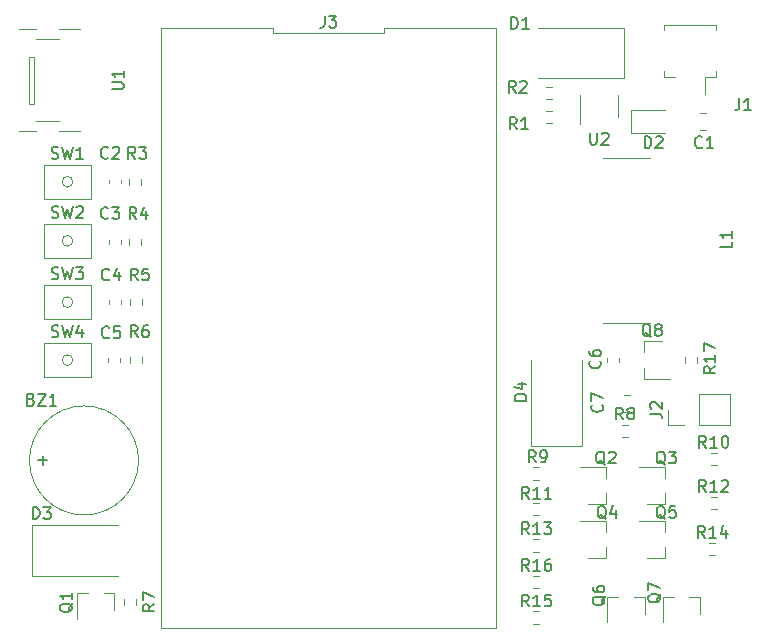
<source format=gbr>
G04 #@! TF.GenerationSoftware,KiCad,Pcbnew,(5.1.10)-1*
G04 #@! TF.CreationDate,2021-08-13T20:40:32+09:00*
G04 #@! TF.ProjectId,lfmassage,6c666d61-7373-4616-9765-2e6b69636164,rev?*
G04 #@! TF.SameCoordinates,Original*
G04 #@! TF.FileFunction,Legend,Top*
G04 #@! TF.FilePolarity,Positive*
%FSLAX46Y46*%
G04 Gerber Fmt 4.6, Leading zero omitted, Abs format (unit mm)*
G04 Created by KiCad (PCBNEW (5.1.10)-1) date 2021-08-13 20:40:32*
%MOMM*%
%LPD*%
G01*
G04 APERTURE LIST*
%ADD10C,0.120000*%
%ADD11C,0.150000*%
G04 APERTURE END LIST*
D10*
X70320000Y-84600000D02*
G75*
G03*
X70320000Y-84600000I-4620000J0D01*
G01*
X117838748Y-56635000D02*
X118361252Y-56635000D01*
X117838748Y-55165000D02*
X118361252Y-55165000D01*
X67790000Y-61146267D02*
X67790000Y-60853733D01*
X68810000Y-61146267D02*
X68810000Y-60853733D01*
X68810000Y-66246267D02*
X68810000Y-65953733D01*
X67790000Y-66246267D02*
X67790000Y-65953733D01*
X67790000Y-71346267D02*
X67790000Y-71053733D01*
X68810000Y-71346267D02*
X68810000Y-71053733D01*
X68710000Y-76246267D02*
X68710000Y-75953733D01*
X67690000Y-76246267D02*
X67690000Y-75953733D01*
X109990000Y-75953733D02*
X109990000Y-76246267D01*
X111010000Y-75953733D02*
X111010000Y-76246267D01*
X111438748Y-79065000D02*
X111961252Y-79065000D01*
X111438748Y-80535000D02*
X111961252Y-80535000D01*
X111400000Y-52250000D02*
X104100000Y-52250000D01*
X111400000Y-47950000D02*
X104100000Y-47950000D01*
X111400000Y-52250000D02*
X111400000Y-47950000D01*
X112040000Y-56860000D02*
X114900000Y-56860000D01*
X112040000Y-54940000D02*
X112040000Y-56860000D01*
X114900000Y-54940000D02*
X112040000Y-54940000D01*
X61300000Y-90050000D02*
X61300000Y-94350000D01*
X61300000Y-94350000D02*
X68600000Y-94350000D01*
X61300000Y-90050000D02*
X68600000Y-90050000D01*
X103550000Y-83400000D02*
X103550000Y-76100000D01*
X107850000Y-83400000D02*
X107850000Y-76100000D01*
X103550000Y-83400000D02*
X107850000Y-83400000D01*
X114765000Y-47690000D02*
X114765000Y-48140000D01*
X119235000Y-47690000D02*
X114765000Y-47690000D01*
X119235000Y-48140000D02*
X119235000Y-47690000D01*
X114765000Y-52110000D02*
X115715000Y-52110000D01*
X114765000Y-51660000D02*
X114765000Y-52110000D01*
X118285000Y-52110000D02*
X118285000Y-53600000D01*
X119235000Y-52110000D02*
X118285000Y-52110000D01*
X119235000Y-51660000D02*
X119235000Y-52110000D01*
X115170000Y-81630000D02*
X115170000Y-80300000D01*
X116500000Y-81630000D02*
X115170000Y-81630000D01*
X117770000Y-81630000D02*
X117770000Y-78970000D01*
X117770000Y-78970000D02*
X120370000Y-78970000D01*
X117770000Y-81630000D02*
X120370000Y-81630000D01*
X120370000Y-81630000D02*
X120370000Y-78970000D01*
X81666667Y-48020000D02*
X72200001Y-48020000D01*
X81666667Y-48380000D02*
X81666667Y-48020000D01*
X91133333Y-48380000D02*
X81666667Y-48380000D01*
X91133333Y-48020000D02*
X91133333Y-48380000D01*
X100600000Y-48020000D02*
X91133333Y-48020000D01*
X100599999Y-98780000D02*
X100600000Y-48020000D01*
X72200000Y-98780000D02*
X100599999Y-98780000D01*
X72200001Y-48020000D02*
X72200000Y-98780000D01*
X109600000Y-73000000D02*
X113600000Y-73000000D01*
X109600000Y-59000000D02*
X113600000Y-59000000D01*
X68280000Y-95840000D02*
X68280000Y-97300000D01*
X65120000Y-95840000D02*
X65120000Y-98000000D01*
X65120000Y-95840000D02*
X66050000Y-95840000D01*
X68280000Y-95840000D02*
X67350000Y-95840000D01*
X109860000Y-88280000D02*
X108400000Y-88280000D01*
X109860000Y-85120000D02*
X107700000Y-85120000D01*
X109860000Y-85120000D02*
X109860000Y-86050000D01*
X109860000Y-88280000D02*
X109860000Y-87350000D01*
X114860000Y-88280000D02*
X114860000Y-87350000D01*
X114860000Y-85120000D02*
X114860000Y-86050000D01*
X114860000Y-85120000D02*
X112700000Y-85120000D01*
X114860000Y-88280000D02*
X113400000Y-88280000D01*
X109860000Y-92880000D02*
X109860000Y-91950000D01*
X109860000Y-89720000D02*
X109860000Y-90650000D01*
X109860000Y-89720000D02*
X107700000Y-89720000D01*
X109860000Y-92880000D02*
X108400000Y-92880000D01*
X114860000Y-92880000D02*
X113400000Y-92880000D01*
X114860000Y-89720000D02*
X112700000Y-89720000D01*
X114860000Y-89720000D02*
X114860000Y-90650000D01*
X114860000Y-92880000D02*
X114860000Y-91950000D01*
X113180000Y-96140000D02*
X112250000Y-96140000D01*
X110020000Y-96140000D02*
X110950000Y-96140000D01*
X110020000Y-96140000D02*
X110020000Y-98300000D01*
X113180000Y-96140000D02*
X113180000Y-97600000D01*
X117880000Y-96140000D02*
X117880000Y-97600000D01*
X114720000Y-96140000D02*
X114720000Y-98300000D01*
X114720000Y-96140000D02*
X115650000Y-96140000D01*
X117880000Y-96140000D02*
X116950000Y-96140000D01*
X113140000Y-74520000D02*
X113140000Y-75450000D01*
X113140000Y-77680000D02*
X113140000Y-76750000D01*
X113140000Y-77680000D02*
X115300000Y-77680000D01*
X113140000Y-74520000D02*
X114600000Y-74520000D01*
X104845276Y-54977500D02*
X105354724Y-54977500D01*
X104845276Y-56022500D02*
X105354724Y-56022500D01*
X104845276Y-54022500D02*
X105354724Y-54022500D01*
X104845276Y-52977500D02*
X105354724Y-52977500D01*
X70522500Y-61254724D02*
X70522500Y-60745276D01*
X69477500Y-61254724D02*
X69477500Y-60745276D01*
X70522500Y-66354724D02*
X70522500Y-65845276D01*
X69477500Y-66354724D02*
X69477500Y-65845276D01*
X69577500Y-71454724D02*
X69577500Y-70945276D01*
X70622500Y-71454724D02*
X70622500Y-70945276D01*
X69577500Y-76354724D02*
X69577500Y-75845276D01*
X70622500Y-76354724D02*
X70622500Y-75845276D01*
X69077500Y-96854724D02*
X69077500Y-96345276D01*
X70122500Y-96854724D02*
X70122500Y-96345276D01*
X111245276Y-82622500D02*
X111754724Y-82622500D01*
X111245276Y-81577500D02*
X111754724Y-81577500D01*
X104254724Y-86222500D02*
X103745276Y-86222500D01*
X104254724Y-85177500D02*
X103745276Y-85177500D01*
X118745276Y-85022500D02*
X119254724Y-85022500D01*
X118745276Y-83977500D02*
X119254724Y-83977500D01*
X104254724Y-88177500D02*
X103745276Y-88177500D01*
X104254724Y-89222500D02*
X103745276Y-89222500D01*
X118745276Y-87677500D02*
X119254724Y-87677500D01*
X118745276Y-88722500D02*
X119254724Y-88722500D01*
X103745276Y-92322500D02*
X104254724Y-92322500D01*
X103745276Y-91277500D02*
X104254724Y-91277500D01*
X119154724Y-92622500D02*
X118645276Y-92622500D01*
X119154724Y-91577500D02*
X118645276Y-91577500D01*
X104254724Y-97377500D02*
X103745276Y-97377500D01*
X104254724Y-98422500D02*
X103745276Y-98422500D01*
X104254724Y-94377500D02*
X103745276Y-94377500D01*
X104254724Y-95422500D02*
X103745276Y-95422500D01*
X116577500Y-76354724D02*
X116577500Y-75845276D01*
X117622500Y-76354724D02*
X117622500Y-75845276D01*
X66250000Y-59550000D02*
X62350000Y-59550000D01*
X62350000Y-59550000D02*
X62350000Y-62450000D01*
X62350000Y-62450000D02*
X66250000Y-62450000D01*
X66250000Y-62450000D02*
X66250000Y-59550000D01*
X64750000Y-61000000D02*
G75*
G03*
X64750000Y-61000000I-450000J0D01*
G01*
X64750000Y-66000000D02*
G75*
G03*
X64750000Y-66000000I-450000J0D01*
G01*
X66250000Y-67450000D02*
X66250000Y-64550000D01*
X62350000Y-67450000D02*
X66250000Y-67450000D01*
X62350000Y-64550000D02*
X62350000Y-67450000D01*
X66250000Y-64550000D02*
X62350000Y-64550000D01*
X66250000Y-69750000D02*
X62350000Y-69750000D01*
X62350000Y-69750000D02*
X62350000Y-72650000D01*
X62350000Y-72650000D02*
X66250000Y-72650000D01*
X66250000Y-72650000D02*
X66250000Y-69750000D01*
X64750000Y-71200000D02*
G75*
G03*
X64750000Y-71200000I-450000J0D01*
G01*
X64750000Y-76100000D02*
G75*
G03*
X64750000Y-76100000I-450000J0D01*
G01*
X66250000Y-77550000D02*
X66250000Y-74650000D01*
X62350000Y-77550000D02*
X66250000Y-77550000D01*
X62350000Y-74650000D02*
X62350000Y-77550000D01*
X66250000Y-74650000D02*
X62350000Y-74650000D01*
X65400000Y-48100000D02*
X63600000Y-48100000D01*
X65400000Y-56700000D02*
X63600000Y-56700000D01*
X61600000Y-48100000D02*
X60200000Y-48100000D01*
X61600000Y-56700000D02*
X60200000Y-56700000D01*
X61000000Y-50400000D02*
X61000000Y-54400000D01*
X61000000Y-54400000D02*
X61500000Y-54400000D01*
X61500000Y-54400000D02*
X61500000Y-50400000D01*
X61500000Y-50400000D02*
X61000000Y-50400000D01*
X63600000Y-48900000D02*
X61700000Y-48900000D01*
X61700000Y-48900000D02*
X61600000Y-48900000D01*
X63600000Y-55900000D02*
X61600000Y-55900000D01*
X107690000Y-53700000D02*
X107690000Y-56150000D01*
X110910000Y-55500000D02*
X110910000Y-53700000D01*
D11*
X61219047Y-79428571D02*
X61361904Y-79476190D01*
X61409523Y-79523809D01*
X61457142Y-79619047D01*
X61457142Y-79761904D01*
X61409523Y-79857142D01*
X61361904Y-79904761D01*
X61266666Y-79952380D01*
X60885714Y-79952380D01*
X60885714Y-78952380D01*
X61219047Y-78952380D01*
X61314285Y-79000000D01*
X61361904Y-79047619D01*
X61409523Y-79142857D01*
X61409523Y-79238095D01*
X61361904Y-79333333D01*
X61314285Y-79380952D01*
X61219047Y-79428571D01*
X60885714Y-79428571D01*
X61790476Y-78952380D02*
X62457142Y-78952380D01*
X61790476Y-79952380D01*
X62457142Y-79952380D01*
X63361904Y-79952380D02*
X62790476Y-79952380D01*
X63076190Y-79952380D02*
X63076190Y-78952380D01*
X62980952Y-79095238D01*
X62885714Y-79190476D01*
X62790476Y-79238095D01*
X61819047Y-84571428D02*
X62580952Y-84571428D01*
X62200000Y-84952380D02*
X62200000Y-84190476D01*
X118033333Y-58057142D02*
X117985714Y-58104761D01*
X117842857Y-58152380D01*
X117747619Y-58152380D01*
X117604761Y-58104761D01*
X117509523Y-58009523D01*
X117461904Y-57914285D01*
X117414285Y-57723809D01*
X117414285Y-57580952D01*
X117461904Y-57390476D01*
X117509523Y-57295238D01*
X117604761Y-57200000D01*
X117747619Y-57152380D01*
X117842857Y-57152380D01*
X117985714Y-57200000D01*
X118033333Y-57247619D01*
X118985714Y-58152380D02*
X118414285Y-58152380D01*
X118700000Y-58152380D02*
X118700000Y-57152380D01*
X118604761Y-57295238D01*
X118509523Y-57390476D01*
X118414285Y-57438095D01*
X67733333Y-58957142D02*
X67685714Y-59004761D01*
X67542857Y-59052380D01*
X67447619Y-59052380D01*
X67304761Y-59004761D01*
X67209523Y-58909523D01*
X67161904Y-58814285D01*
X67114285Y-58623809D01*
X67114285Y-58480952D01*
X67161904Y-58290476D01*
X67209523Y-58195238D01*
X67304761Y-58100000D01*
X67447619Y-58052380D01*
X67542857Y-58052380D01*
X67685714Y-58100000D01*
X67733333Y-58147619D01*
X68114285Y-58147619D02*
X68161904Y-58100000D01*
X68257142Y-58052380D01*
X68495238Y-58052380D01*
X68590476Y-58100000D01*
X68638095Y-58147619D01*
X68685714Y-58242857D01*
X68685714Y-58338095D01*
X68638095Y-58480952D01*
X68066666Y-59052380D01*
X68685714Y-59052380D01*
X67733333Y-64057142D02*
X67685714Y-64104761D01*
X67542857Y-64152380D01*
X67447619Y-64152380D01*
X67304761Y-64104761D01*
X67209523Y-64009523D01*
X67161904Y-63914285D01*
X67114285Y-63723809D01*
X67114285Y-63580952D01*
X67161904Y-63390476D01*
X67209523Y-63295238D01*
X67304761Y-63200000D01*
X67447619Y-63152380D01*
X67542857Y-63152380D01*
X67685714Y-63200000D01*
X67733333Y-63247619D01*
X68066666Y-63152380D02*
X68685714Y-63152380D01*
X68352380Y-63533333D01*
X68495238Y-63533333D01*
X68590476Y-63580952D01*
X68638095Y-63628571D01*
X68685714Y-63723809D01*
X68685714Y-63961904D01*
X68638095Y-64057142D01*
X68590476Y-64104761D01*
X68495238Y-64152380D01*
X68209523Y-64152380D01*
X68114285Y-64104761D01*
X68066666Y-64057142D01*
X67833333Y-69257142D02*
X67785714Y-69304761D01*
X67642857Y-69352380D01*
X67547619Y-69352380D01*
X67404761Y-69304761D01*
X67309523Y-69209523D01*
X67261904Y-69114285D01*
X67214285Y-68923809D01*
X67214285Y-68780952D01*
X67261904Y-68590476D01*
X67309523Y-68495238D01*
X67404761Y-68400000D01*
X67547619Y-68352380D01*
X67642857Y-68352380D01*
X67785714Y-68400000D01*
X67833333Y-68447619D01*
X68690476Y-68685714D02*
X68690476Y-69352380D01*
X68452380Y-68304761D02*
X68214285Y-69019047D01*
X68833333Y-69019047D01*
X67833333Y-74157142D02*
X67785714Y-74204761D01*
X67642857Y-74252380D01*
X67547619Y-74252380D01*
X67404761Y-74204761D01*
X67309523Y-74109523D01*
X67261904Y-74014285D01*
X67214285Y-73823809D01*
X67214285Y-73680952D01*
X67261904Y-73490476D01*
X67309523Y-73395238D01*
X67404761Y-73300000D01*
X67547619Y-73252380D01*
X67642857Y-73252380D01*
X67785714Y-73300000D01*
X67833333Y-73347619D01*
X68738095Y-73252380D02*
X68261904Y-73252380D01*
X68214285Y-73728571D01*
X68261904Y-73680952D01*
X68357142Y-73633333D01*
X68595238Y-73633333D01*
X68690476Y-73680952D01*
X68738095Y-73728571D01*
X68785714Y-73823809D01*
X68785714Y-74061904D01*
X68738095Y-74157142D01*
X68690476Y-74204761D01*
X68595238Y-74252380D01*
X68357142Y-74252380D01*
X68261904Y-74204761D01*
X68214285Y-74157142D01*
X109357142Y-76166666D02*
X109404761Y-76214285D01*
X109452380Y-76357142D01*
X109452380Y-76452380D01*
X109404761Y-76595238D01*
X109309523Y-76690476D01*
X109214285Y-76738095D01*
X109023809Y-76785714D01*
X108880952Y-76785714D01*
X108690476Y-76738095D01*
X108595238Y-76690476D01*
X108500000Y-76595238D01*
X108452380Y-76452380D01*
X108452380Y-76357142D01*
X108500000Y-76214285D01*
X108547619Y-76166666D01*
X108452380Y-75309523D02*
X108452380Y-75500000D01*
X108500000Y-75595238D01*
X108547619Y-75642857D01*
X108690476Y-75738095D01*
X108880952Y-75785714D01*
X109261904Y-75785714D01*
X109357142Y-75738095D01*
X109404761Y-75690476D01*
X109452380Y-75595238D01*
X109452380Y-75404761D01*
X109404761Y-75309523D01*
X109357142Y-75261904D01*
X109261904Y-75214285D01*
X109023809Y-75214285D01*
X108928571Y-75261904D01*
X108880952Y-75309523D01*
X108833333Y-75404761D01*
X108833333Y-75595238D01*
X108880952Y-75690476D01*
X108928571Y-75738095D01*
X109023809Y-75785714D01*
X109557142Y-79866666D02*
X109604761Y-79914285D01*
X109652380Y-80057142D01*
X109652380Y-80152380D01*
X109604761Y-80295238D01*
X109509523Y-80390476D01*
X109414285Y-80438095D01*
X109223809Y-80485714D01*
X109080952Y-80485714D01*
X108890476Y-80438095D01*
X108795238Y-80390476D01*
X108700000Y-80295238D01*
X108652380Y-80152380D01*
X108652380Y-80057142D01*
X108700000Y-79914285D01*
X108747619Y-79866666D01*
X108652380Y-79533333D02*
X108652380Y-78866666D01*
X109652380Y-79295238D01*
X101861904Y-48052380D02*
X101861904Y-47052380D01*
X102100000Y-47052380D01*
X102242857Y-47100000D01*
X102338095Y-47195238D01*
X102385714Y-47290476D01*
X102433333Y-47480952D01*
X102433333Y-47623809D01*
X102385714Y-47814285D01*
X102338095Y-47909523D01*
X102242857Y-48004761D01*
X102100000Y-48052380D01*
X101861904Y-48052380D01*
X103385714Y-48052380D02*
X102814285Y-48052380D01*
X103100000Y-48052380D02*
X103100000Y-47052380D01*
X103004761Y-47195238D01*
X102909523Y-47290476D01*
X102814285Y-47338095D01*
X113161904Y-58152380D02*
X113161904Y-57152380D01*
X113400000Y-57152380D01*
X113542857Y-57200000D01*
X113638095Y-57295238D01*
X113685714Y-57390476D01*
X113733333Y-57580952D01*
X113733333Y-57723809D01*
X113685714Y-57914285D01*
X113638095Y-58009523D01*
X113542857Y-58104761D01*
X113400000Y-58152380D01*
X113161904Y-58152380D01*
X114114285Y-57247619D02*
X114161904Y-57200000D01*
X114257142Y-57152380D01*
X114495238Y-57152380D01*
X114590476Y-57200000D01*
X114638095Y-57247619D01*
X114685714Y-57342857D01*
X114685714Y-57438095D01*
X114638095Y-57580952D01*
X114066666Y-58152380D01*
X114685714Y-58152380D01*
X61361904Y-89552380D02*
X61361904Y-88552380D01*
X61600000Y-88552380D01*
X61742857Y-88600000D01*
X61838095Y-88695238D01*
X61885714Y-88790476D01*
X61933333Y-88980952D01*
X61933333Y-89123809D01*
X61885714Y-89314285D01*
X61838095Y-89409523D01*
X61742857Y-89504761D01*
X61600000Y-89552380D01*
X61361904Y-89552380D01*
X62266666Y-88552380D02*
X62885714Y-88552380D01*
X62552380Y-88933333D01*
X62695238Y-88933333D01*
X62790476Y-88980952D01*
X62838095Y-89028571D01*
X62885714Y-89123809D01*
X62885714Y-89361904D01*
X62838095Y-89457142D01*
X62790476Y-89504761D01*
X62695238Y-89552380D01*
X62409523Y-89552380D01*
X62314285Y-89504761D01*
X62266666Y-89457142D01*
X103152380Y-79538095D02*
X102152380Y-79538095D01*
X102152380Y-79300000D01*
X102200000Y-79157142D01*
X102295238Y-79061904D01*
X102390476Y-79014285D01*
X102580952Y-78966666D01*
X102723809Y-78966666D01*
X102914285Y-79014285D01*
X103009523Y-79061904D01*
X103104761Y-79157142D01*
X103152380Y-79300000D01*
X103152380Y-79538095D01*
X102485714Y-78109523D02*
X103152380Y-78109523D01*
X102104761Y-78347619D02*
X102819047Y-78585714D01*
X102819047Y-77966666D01*
X121166666Y-53952380D02*
X121166666Y-54666666D01*
X121119047Y-54809523D01*
X121023809Y-54904761D01*
X120880952Y-54952380D01*
X120785714Y-54952380D01*
X122166666Y-54952380D02*
X121595238Y-54952380D01*
X121880952Y-54952380D02*
X121880952Y-53952380D01*
X121785714Y-54095238D01*
X121690476Y-54190476D01*
X121595238Y-54238095D01*
X113622380Y-80633333D02*
X114336666Y-80633333D01*
X114479523Y-80680952D01*
X114574761Y-80776190D01*
X114622380Y-80919047D01*
X114622380Y-81014285D01*
X113717619Y-80204761D02*
X113670000Y-80157142D01*
X113622380Y-80061904D01*
X113622380Y-79823809D01*
X113670000Y-79728571D01*
X113717619Y-79680952D01*
X113812857Y-79633333D01*
X113908095Y-79633333D01*
X114050952Y-79680952D01*
X114622380Y-80252380D01*
X114622380Y-79633333D01*
X86066666Y-46952380D02*
X86066666Y-47666666D01*
X86019047Y-47809523D01*
X85923809Y-47904761D01*
X85780952Y-47952380D01*
X85685714Y-47952380D01*
X86447619Y-46952380D02*
X87066666Y-46952380D01*
X86733333Y-47333333D01*
X86876190Y-47333333D01*
X86971428Y-47380952D01*
X87019047Y-47428571D01*
X87066666Y-47523809D01*
X87066666Y-47761904D01*
X87019047Y-47857142D01*
X86971428Y-47904761D01*
X86876190Y-47952380D01*
X86590476Y-47952380D01*
X86495238Y-47904761D01*
X86447619Y-47857142D01*
X120552380Y-66066666D02*
X120552380Y-66542857D01*
X119552380Y-66542857D01*
X120552380Y-65209523D02*
X120552380Y-65780952D01*
X120552380Y-65495238D02*
X119552380Y-65495238D01*
X119695238Y-65590476D01*
X119790476Y-65685714D01*
X119838095Y-65780952D01*
X64747619Y-96695238D02*
X64700000Y-96790476D01*
X64604761Y-96885714D01*
X64461904Y-97028571D01*
X64414285Y-97123809D01*
X64414285Y-97219047D01*
X64652380Y-97171428D02*
X64604761Y-97266666D01*
X64509523Y-97361904D01*
X64319047Y-97409523D01*
X63985714Y-97409523D01*
X63795238Y-97361904D01*
X63700000Y-97266666D01*
X63652380Y-97171428D01*
X63652380Y-96980952D01*
X63700000Y-96885714D01*
X63795238Y-96790476D01*
X63985714Y-96742857D01*
X64319047Y-96742857D01*
X64509523Y-96790476D01*
X64604761Y-96885714D01*
X64652380Y-96980952D01*
X64652380Y-97171428D01*
X64652380Y-95790476D02*
X64652380Y-96361904D01*
X64652380Y-96076190D02*
X63652380Y-96076190D01*
X63795238Y-96171428D01*
X63890476Y-96266666D01*
X63938095Y-96361904D01*
X109804761Y-84947619D02*
X109709523Y-84900000D01*
X109614285Y-84804761D01*
X109471428Y-84661904D01*
X109376190Y-84614285D01*
X109280952Y-84614285D01*
X109328571Y-84852380D02*
X109233333Y-84804761D01*
X109138095Y-84709523D01*
X109090476Y-84519047D01*
X109090476Y-84185714D01*
X109138095Y-83995238D01*
X109233333Y-83900000D01*
X109328571Y-83852380D01*
X109519047Y-83852380D01*
X109614285Y-83900000D01*
X109709523Y-83995238D01*
X109757142Y-84185714D01*
X109757142Y-84519047D01*
X109709523Y-84709523D01*
X109614285Y-84804761D01*
X109519047Y-84852380D01*
X109328571Y-84852380D01*
X110138095Y-83947619D02*
X110185714Y-83900000D01*
X110280952Y-83852380D01*
X110519047Y-83852380D01*
X110614285Y-83900000D01*
X110661904Y-83947619D01*
X110709523Y-84042857D01*
X110709523Y-84138095D01*
X110661904Y-84280952D01*
X110090476Y-84852380D01*
X110709523Y-84852380D01*
X114904761Y-84947619D02*
X114809523Y-84900000D01*
X114714285Y-84804761D01*
X114571428Y-84661904D01*
X114476190Y-84614285D01*
X114380952Y-84614285D01*
X114428571Y-84852380D02*
X114333333Y-84804761D01*
X114238095Y-84709523D01*
X114190476Y-84519047D01*
X114190476Y-84185714D01*
X114238095Y-83995238D01*
X114333333Y-83900000D01*
X114428571Y-83852380D01*
X114619047Y-83852380D01*
X114714285Y-83900000D01*
X114809523Y-83995238D01*
X114857142Y-84185714D01*
X114857142Y-84519047D01*
X114809523Y-84709523D01*
X114714285Y-84804761D01*
X114619047Y-84852380D01*
X114428571Y-84852380D01*
X115190476Y-83852380D02*
X115809523Y-83852380D01*
X115476190Y-84233333D01*
X115619047Y-84233333D01*
X115714285Y-84280952D01*
X115761904Y-84328571D01*
X115809523Y-84423809D01*
X115809523Y-84661904D01*
X115761904Y-84757142D01*
X115714285Y-84804761D01*
X115619047Y-84852380D01*
X115333333Y-84852380D01*
X115238095Y-84804761D01*
X115190476Y-84757142D01*
X109904761Y-89547619D02*
X109809523Y-89500000D01*
X109714285Y-89404761D01*
X109571428Y-89261904D01*
X109476190Y-89214285D01*
X109380952Y-89214285D01*
X109428571Y-89452380D02*
X109333333Y-89404761D01*
X109238095Y-89309523D01*
X109190476Y-89119047D01*
X109190476Y-88785714D01*
X109238095Y-88595238D01*
X109333333Y-88500000D01*
X109428571Y-88452380D01*
X109619047Y-88452380D01*
X109714285Y-88500000D01*
X109809523Y-88595238D01*
X109857142Y-88785714D01*
X109857142Y-89119047D01*
X109809523Y-89309523D01*
X109714285Y-89404761D01*
X109619047Y-89452380D01*
X109428571Y-89452380D01*
X110714285Y-88785714D02*
X110714285Y-89452380D01*
X110476190Y-88404761D02*
X110238095Y-89119047D01*
X110857142Y-89119047D01*
X114904761Y-89547619D02*
X114809523Y-89500000D01*
X114714285Y-89404761D01*
X114571428Y-89261904D01*
X114476190Y-89214285D01*
X114380952Y-89214285D01*
X114428571Y-89452380D02*
X114333333Y-89404761D01*
X114238095Y-89309523D01*
X114190476Y-89119047D01*
X114190476Y-88785714D01*
X114238095Y-88595238D01*
X114333333Y-88500000D01*
X114428571Y-88452380D01*
X114619047Y-88452380D01*
X114714285Y-88500000D01*
X114809523Y-88595238D01*
X114857142Y-88785714D01*
X114857142Y-89119047D01*
X114809523Y-89309523D01*
X114714285Y-89404761D01*
X114619047Y-89452380D01*
X114428571Y-89452380D01*
X115761904Y-88452380D02*
X115285714Y-88452380D01*
X115238095Y-88928571D01*
X115285714Y-88880952D01*
X115380952Y-88833333D01*
X115619047Y-88833333D01*
X115714285Y-88880952D01*
X115761904Y-88928571D01*
X115809523Y-89023809D01*
X115809523Y-89261904D01*
X115761904Y-89357142D01*
X115714285Y-89404761D01*
X115619047Y-89452380D01*
X115380952Y-89452380D01*
X115285714Y-89404761D01*
X115238095Y-89357142D01*
X109847619Y-96095238D02*
X109800000Y-96190476D01*
X109704761Y-96285714D01*
X109561904Y-96428571D01*
X109514285Y-96523809D01*
X109514285Y-96619047D01*
X109752380Y-96571428D02*
X109704761Y-96666666D01*
X109609523Y-96761904D01*
X109419047Y-96809523D01*
X109085714Y-96809523D01*
X108895238Y-96761904D01*
X108800000Y-96666666D01*
X108752380Y-96571428D01*
X108752380Y-96380952D01*
X108800000Y-96285714D01*
X108895238Y-96190476D01*
X109085714Y-96142857D01*
X109419047Y-96142857D01*
X109609523Y-96190476D01*
X109704761Y-96285714D01*
X109752380Y-96380952D01*
X109752380Y-96571428D01*
X108752380Y-95285714D02*
X108752380Y-95476190D01*
X108800000Y-95571428D01*
X108847619Y-95619047D01*
X108990476Y-95714285D01*
X109180952Y-95761904D01*
X109561904Y-95761904D01*
X109657142Y-95714285D01*
X109704761Y-95666666D01*
X109752380Y-95571428D01*
X109752380Y-95380952D01*
X109704761Y-95285714D01*
X109657142Y-95238095D01*
X109561904Y-95190476D01*
X109323809Y-95190476D01*
X109228571Y-95238095D01*
X109180952Y-95285714D01*
X109133333Y-95380952D01*
X109133333Y-95571428D01*
X109180952Y-95666666D01*
X109228571Y-95714285D01*
X109323809Y-95761904D01*
X114547619Y-95895238D02*
X114500000Y-95990476D01*
X114404761Y-96085714D01*
X114261904Y-96228571D01*
X114214285Y-96323809D01*
X114214285Y-96419047D01*
X114452380Y-96371428D02*
X114404761Y-96466666D01*
X114309523Y-96561904D01*
X114119047Y-96609523D01*
X113785714Y-96609523D01*
X113595238Y-96561904D01*
X113500000Y-96466666D01*
X113452380Y-96371428D01*
X113452380Y-96180952D01*
X113500000Y-96085714D01*
X113595238Y-95990476D01*
X113785714Y-95942857D01*
X114119047Y-95942857D01*
X114309523Y-95990476D01*
X114404761Y-96085714D01*
X114452380Y-96180952D01*
X114452380Y-96371428D01*
X113452380Y-95609523D02*
X113452380Y-94942857D01*
X114452380Y-95371428D01*
X113704761Y-74147619D02*
X113609523Y-74100000D01*
X113514285Y-74004761D01*
X113371428Y-73861904D01*
X113276190Y-73814285D01*
X113180952Y-73814285D01*
X113228571Y-74052380D02*
X113133333Y-74004761D01*
X113038095Y-73909523D01*
X112990476Y-73719047D01*
X112990476Y-73385714D01*
X113038095Y-73195238D01*
X113133333Y-73100000D01*
X113228571Y-73052380D01*
X113419047Y-73052380D01*
X113514285Y-73100000D01*
X113609523Y-73195238D01*
X113657142Y-73385714D01*
X113657142Y-73719047D01*
X113609523Y-73909523D01*
X113514285Y-74004761D01*
X113419047Y-74052380D01*
X113228571Y-74052380D01*
X114228571Y-73480952D02*
X114133333Y-73433333D01*
X114085714Y-73385714D01*
X114038095Y-73290476D01*
X114038095Y-73242857D01*
X114085714Y-73147619D01*
X114133333Y-73100000D01*
X114228571Y-73052380D01*
X114419047Y-73052380D01*
X114514285Y-73100000D01*
X114561904Y-73147619D01*
X114609523Y-73242857D01*
X114609523Y-73290476D01*
X114561904Y-73385714D01*
X114514285Y-73433333D01*
X114419047Y-73480952D01*
X114228571Y-73480952D01*
X114133333Y-73528571D01*
X114085714Y-73576190D01*
X114038095Y-73671428D01*
X114038095Y-73861904D01*
X114085714Y-73957142D01*
X114133333Y-74004761D01*
X114228571Y-74052380D01*
X114419047Y-74052380D01*
X114514285Y-74004761D01*
X114561904Y-73957142D01*
X114609523Y-73861904D01*
X114609523Y-73671428D01*
X114561904Y-73576190D01*
X114514285Y-73528571D01*
X114419047Y-73480952D01*
X102333333Y-56552380D02*
X102000000Y-56076190D01*
X101761904Y-56552380D02*
X101761904Y-55552380D01*
X102142857Y-55552380D01*
X102238095Y-55600000D01*
X102285714Y-55647619D01*
X102333333Y-55742857D01*
X102333333Y-55885714D01*
X102285714Y-55980952D01*
X102238095Y-56028571D01*
X102142857Y-56076190D01*
X101761904Y-56076190D01*
X103285714Y-56552380D02*
X102714285Y-56552380D01*
X103000000Y-56552380D02*
X103000000Y-55552380D01*
X102904761Y-55695238D01*
X102809523Y-55790476D01*
X102714285Y-55838095D01*
X102233333Y-53452380D02*
X101900000Y-52976190D01*
X101661904Y-53452380D02*
X101661904Y-52452380D01*
X102042857Y-52452380D01*
X102138095Y-52500000D01*
X102185714Y-52547619D01*
X102233333Y-52642857D01*
X102233333Y-52785714D01*
X102185714Y-52880952D01*
X102138095Y-52928571D01*
X102042857Y-52976190D01*
X101661904Y-52976190D01*
X102614285Y-52547619D02*
X102661904Y-52500000D01*
X102757142Y-52452380D01*
X102995238Y-52452380D01*
X103090476Y-52500000D01*
X103138095Y-52547619D01*
X103185714Y-52642857D01*
X103185714Y-52738095D01*
X103138095Y-52880952D01*
X102566666Y-53452380D01*
X103185714Y-53452380D01*
X70033333Y-59052380D02*
X69700000Y-58576190D01*
X69461904Y-59052380D02*
X69461904Y-58052380D01*
X69842857Y-58052380D01*
X69938095Y-58100000D01*
X69985714Y-58147619D01*
X70033333Y-58242857D01*
X70033333Y-58385714D01*
X69985714Y-58480952D01*
X69938095Y-58528571D01*
X69842857Y-58576190D01*
X69461904Y-58576190D01*
X70366666Y-58052380D02*
X70985714Y-58052380D01*
X70652380Y-58433333D01*
X70795238Y-58433333D01*
X70890476Y-58480952D01*
X70938095Y-58528571D01*
X70985714Y-58623809D01*
X70985714Y-58861904D01*
X70938095Y-58957142D01*
X70890476Y-59004761D01*
X70795238Y-59052380D01*
X70509523Y-59052380D01*
X70414285Y-59004761D01*
X70366666Y-58957142D01*
X70133333Y-64152380D02*
X69800000Y-63676190D01*
X69561904Y-64152380D02*
X69561904Y-63152380D01*
X69942857Y-63152380D01*
X70038095Y-63200000D01*
X70085714Y-63247619D01*
X70133333Y-63342857D01*
X70133333Y-63485714D01*
X70085714Y-63580952D01*
X70038095Y-63628571D01*
X69942857Y-63676190D01*
X69561904Y-63676190D01*
X70990476Y-63485714D02*
X70990476Y-64152380D01*
X70752380Y-63104761D02*
X70514285Y-63819047D01*
X71133333Y-63819047D01*
X70233333Y-69352380D02*
X69900000Y-68876190D01*
X69661904Y-69352380D02*
X69661904Y-68352380D01*
X70042857Y-68352380D01*
X70138095Y-68400000D01*
X70185714Y-68447619D01*
X70233333Y-68542857D01*
X70233333Y-68685714D01*
X70185714Y-68780952D01*
X70138095Y-68828571D01*
X70042857Y-68876190D01*
X69661904Y-68876190D01*
X71138095Y-68352380D02*
X70661904Y-68352380D01*
X70614285Y-68828571D01*
X70661904Y-68780952D01*
X70757142Y-68733333D01*
X70995238Y-68733333D01*
X71090476Y-68780952D01*
X71138095Y-68828571D01*
X71185714Y-68923809D01*
X71185714Y-69161904D01*
X71138095Y-69257142D01*
X71090476Y-69304761D01*
X70995238Y-69352380D01*
X70757142Y-69352380D01*
X70661904Y-69304761D01*
X70614285Y-69257142D01*
X70233333Y-74152380D02*
X69900000Y-73676190D01*
X69661904Y-74152380D02*
X69661904Y-73152380D01*
X70042857Y-73152380D01*
X70138095Y-73200000D01*
X70185714Y-73247619D01*
X70233333Y-73342857D01*
X70233333Y-73485714D01*
X70185714Y-73580952D01*
X70138095Y-73628571D01*
X70042857Y-73676190D01*
X69661904Y-73676190D01*
X71090476Y-73152380D02*
X70900000Y-73152380D01*
X70804761Y-73200000D01*
X70757142Y-73247619D01*
X70661904Y-73390476D01*
X70614285Y-73580952D01*
X70614285Y-73961904D01*
X70661904Y-74057142D01*
X70709523Y-74104761D01*
X70804761Y-74152380D01*
X70995238Y-74152380D01*
X71090476Y-74104761D01*
X71138095Y-74057142D01*
X71185714Y-73961904D01*
X71185714Y-73723809D01*
X71138095Y-73628571D01*
X71090476Y-73580952D01*
X70995238Y-73533333D01*
X70804761Y-73533333D01*
X70709523Y-73580952D01*
X70661904Y-73628571D01*
X70614285Y-73723809D01*
X71652380Y-96766666D02*
X71176190Y-97100000D01*
X71652380Y-97338095D02*
X70652380Y-97338095D01*
X70652380Y-96957142D01*
X70700000Y-96861904D01*
X70747619Y-96814285D01*
X70842857Y-96766666D01*
X70985714Y-96766666D01*
X71080952Y-96814285D01*
X71128571Y-96861904D01*
X71176190Y-96957142D01*
X71176190Y-97338095D01*
X70652380Y-96433333D02*
X70652380Y-95766666D01*
X71652380Y-96195238D01*
X111333333Y-81122380D02*
X111000000Y-80646190D01*
X110761904Y-81122380D02*
X110761904Y-80122380D01*
X111142857Y-80122380D01*
X111238095Y-80170000D01*
X111285714Y-80217619D01*
X111333333Y-80312857D01*
X111333333Y-80455714D01*
X111285714Y-80550952D01*
X111238095Y-80598571D01*
X111142857Y-80646190D01*
X110761904Y-80646190D01*
X111904761Y-80550952D02*
X111809523Y-80503333D01*
X111761904Y-80455714D01*
X111714285Y-80360476D01*
X111714285Y-80312857D01*
X111761904Y-80217619D01*
X111809523Y-80170000D01*
X111904761Y-80122380D01*
X112095238Y-80122380D01*
X112190476Y-80170000D01*
X112238095Y-80217619D01*
X112285714Y-80312857D01*
X112285714Y-80360476D01*
X112238095Y-80455714D01*
X112190476Y-80503333D01*
X112095238Y-80550952D01*
X111904761Y-80550952D01*
X111809523Y-80598571D01*
X111761904Y-80646190D01*
X111714285Y-80741428D01*
X111714285Y-80931904D01*
X111761904Y-81027142D01*
X111809523Y-81074761D01*
X111904761Y-81122380D01*
X112095238Y-81122380D01*
X112190476Y-81074761D01*
X112238095Y-81027142D01*
X112285714Y-80931904D01*
X112285714Y-80741428D01*
X112238095Y-80646190D01*
X112190476Y-80598571D01*
X112095238Y-80550952D01*
X103933333Y-84752380D02*
X103600000Y-84276190D01*
X103361904Y-84752380D02*
X103361904Y-83752380D01*
X103742857Y-83752380D01*
X103838095Y-83800000D01*
X103885714Y-83847619D01*
X103933333Y-83942857D01*
X103933333Y-84085714D01*
X103885714Y-84180952D01*
X103838095Y-84228571D01*
X103742857Y-84276190D01*
X103361904Y-84276190D01*
X104409523Y-84752380D02*
X104600000Y-84752380D01*
X104695238Y-84704761D01*
X104742857Y-84657142D01*
X104838095Y-84514285D01*
X104885714Y-84323809D01*
X104885714Y-83942857D01*
X104838095Y-83847619D01*
X104790476Y-83800000D01*
X104695238Y-83752380D01*
X104504761Y-83752380D01*
X104409523Y-83800000D01*
X104361904Y-83847619D01*
X104314285Y-83942857D01*
X104314285Y-84180952D01*
X104361904Y-84276190D01*
X104409523Y-84323809D01*
X104504761Y-84371428D01*
X104695238Y-84371428D01*
X104790476Y-84323809D01*
X104838095Y-84276190D01*
X104885714Y-84180952D01*
X118357142Y-83522380D02*
X118023809Y-83046190D01*
X117785714Y-83522380D02*
X117785714Y-82522380D01*
X118166666Y-82522380D01*
X118261904Y-82570000D01*
X118309523Y-82617619D01*
X118357142Y-82712857D01*
X118357142Y-82855714D01*
X118309523Y-82950952D01*
X118261904Y-82998571D01*
X118166666Y-83046190D01*
X117785714Y-83046190D01*
X119309523Y-83522380D02*
X118738095Y-83522380D01*
X119023809Y-83522380D02*
X119023809Y-82522380D01*
X118928571Y-82665238D01*
X118833333Y-82760476D01*
X118738095Y-82808095D01*
X119928571Y-82522380D02*
X120023809Y-82522380D01*
X120119047Y-82570000D01*
X120166666Y-82617619D01*
X120214285Y-82712857D01*
X120261904Y-82903333D01*
X120261904Y-83141428D01*
X120214285Y-83331904D01*
X120166666Y-83427142D01*
X120119047Y-83474761D01*
X120023809Y-83522380D01*
X119928571Y-83522380D01*
X119833333Y-83474761D01*
X119785714Y-83427142D01*
X119738095Y-83331904D01*
X119690476Y-83141428D01*
X119690476Y-82903333D01*
X119738095Y-82712857D01*
X119785714Y-82617619D01*
X119833333Y-82570000D01*
X119928571Y-82522380D01*
X103357142Y-87852380D02*
X103023809Y-87376190D01*
X102785714Y-87852380D02*
X102785714Y-86852380D01*
X103166666Y-86852380D01*
X103261904Y-86900000D01*
X103309523Y-86947619D01*
X103357142Y-87042857D01*
X103357142Y-87185714D01*
X103309523Y-87280952D01*
X103261904Y-87328571D01*
X103166666Y-87376190D01*
X102785714Y-87376190D01*
X104309523Y-87852380D02*
X103738095Y-87852380D01*
X104023809Y-87852380D02*
X104023809Y-86852380D01*
X103928571Y-86995238D01*
X103833333Y-87090476D01*
X103738095Y-87138095D01*
X105261904Y-87852380D02*
X104690476Y-87852380D01*
X104976190Y-87852380D02*
X104976190Y-86852380D01*
X104880952Y-86995238D01*
X104785714Y-87090476D01*
X104690476Y-87138095D01*
X118357142Y-87252380D02*
X118023809Y-86776190D01*
X117785714Y-87252380D02*
X117785714Y-86252380D01*
X118166666Y-86252380D01*
X118261904Y-86300000D01*
X118309523Y-86347619D01*
X118357142Y-86442857D01*
X118357142Y-86585714D01*
X118309523Y-86680952D01*
X118261904Y-86728571D01*
X118166666Y-86776190D01*
X117785714Y-86776190D01*
X119309523Y-87252380D02*
X118738095Y-87252380D01*
X119023809Y-87252380D02*
X119023809Y-86252380D01*
X118928571Y-86395238D01*
X118833333Y-86490476D01*
X118738095Y-86538095D01*
X119690476Y-86347619D02*
X119738095Y-86300000D01*
X119833333Y-86252380D01*
X120071428Y-86252380D01*
X120166666Y-86300000D01*
X120214285Y-86347619D01*
X120261904Y-86442857D01*
X120261904Y-86538095D01*
X120214285Y-86680952D01*
X119642857Y-87252380D01*
X120261904Y-87252380D01*
X103357142Y-90852380D02*
X103023809Y-90376190D01*
X102785714Y-90852380D02*
X102785714Y-89852380D01*
X103166666Y-89852380D01*
X103261904Y-89900000D01*
X103309523Y-89947619D01*
X103357142Y-90042857D01*
X103357142Y-90185714D01*
X103309523Y-90280952D01*
X103261904Y-90328571D01*
X103166666Y-90376190D01*
X102785714Y-90376190D01*
X104309523Y-90852380D02*
X103738095Y-90852380D01*
X104023809Y-90852380D02*
X104023809Y-89852380D01*
X103928571Y-89995238D01*
X103833333Y-90090476D01*
X103738095Y-90138095D01*
X104642857Y-89852380D02*
X105261904Y-89852380D01*
X104928571Y-90233333D01*
X105071428Y-90233333D01*
X105166666Y-90280952D01*
X105214285Y-90328571D01*
X105261904Y-90423809D01*
X105261904Y-90661904D01*
X105214285Y-90757142D01*
X105166666Y-90804761D01*
X105071428Y-90852380D01*
X104785714Y-90852380D01*
X104690476Y-90804761D01*
X104642857Y-90757142D01*
X118257142Y-91152380D02*
X117923809Y-90676190D01*
X117685714Y-91152380D02*
X117685714Y-90152380D01*
X118066666Y-90152380D01*
X118161904Y-90200000D01*
X118209523Y-90247619D01*
X118257142Y-90342857D01*
X118257142Y-90485714D01*
X118209523Y-90580952D01*
X118161904Y-90628571D01*
X118066666Y-90676190D01*
X117685714Y-90676190D01*
X119209523Y-91152380D02*
X118638095Y-91152380D01*
X118923809Y-91152380D02*
X118923809Y-90152380D01*
X118828571Y-90295238D01*
X118733333Y-90390476D01*
X118638095Y-90438095D01*
X120066666Y-90485714D02*
X120066666Y-91152380D01*
X119828571Y-90104761D02*
X119590476Y-90819047D01*
X120209523Y-90819047D01*
X103357142Y-96952380D02*
X103023809Y-96476190D01*
X102785714Y-96952380D02*
X102785714Y-95952380D01*
X103166666Y-95952380D01*
X103261904Y-96000000D01*
X103309523Y-96047619D01*
X103357142Y-96142857D01*
X103357142Y-96285714D01*
X103309523Y-96380952D01*
X103261904Y-96428571D01*
X103166666Y-96476190D01*
X102785714Y-96476190D01*
X104309523Y-96952380D02*
X103738095Y-96952380D01*
X104023809Y-96952380D02*
X104023809Y-95952380D01*
X103928571Y-96095238D01*
X103833333Y-96190476D01*
X103738095Y-96238095D01*
X105214285Y-95952380D02*
X104738095Y-95952380D01*
X104690476Y-96428571D01*
X104738095Y-96380952D01*
X104833333Y-96333333D01*
X105071428Y-96333333D01*
X105166666Y-96380952D01*
X105214285Y-96428571D01*
X105261904Y-96523809D01*
X105261904Y-96761904D01*
X105214285Y-96857142D01*
X105166666Y-96904761D01*
X105071428Y-96952380D01*
X104833333Y-96952380D01*
X104738095Y-96904761D01*
X104690476Y-96857142D01*
X103357142Y-93952380D02*
X103023809Y-93476190D01*
X102785714Y-93952380D02*
X102785714Y-92952380D01*
X103166666Y-92952380D01*
X103261904Y-93000000D01*
X103309523Y-93047619D01*
X103357142Y-93142857D01*
X103357142Y-93285714D01*
X103309523Y-93380952D01*
X103261904Y-93428571D01*
X103166666Y-93476190D01*
X102785714Y-93476190D01*
X104309523Y-93952380D02*
X103738095Y-93952380D01*
X104023809Y-93952380D02*
X104023809Y-92952380D01*
X103928571Y-93095238D01*
X103833333Y-93190476D01*
X103738095Y-93238095D01*
X105166666Y-92952380D02*
X104976190Y-92952380D01*
X104880952Y-93000000D01*
X104833333Y-93047619D01*
X104738095Y-93190476D01*
X104690476Y-93380952D01*
X104690476Y-93761904D01*
X104738095Y-93857142D01*
X104785714Y-93904761D01*
X104880952Y-93952380D01*
X105071428Y-93952380D01*
X105166666Y-93904761D01*
X105214285Y-93857142D01*
X105261904Y-93761904D01*
X105261904Y-93523809D01*
X105214285Y-93428571D01*
X105166666Y-93380952D01*
X105071428Y-93333333D01*
X104880952Y-93333333D01*
X104785714Y-93380952D01*
X104738095Y-93428571D01*
X104690476Y-93523809D01*
X119152380Y-76642857D02*
X118676190Y-76976190D01*
X119152380Y-77214285D02*
X118152380Y-77214285D01*
X118152380Y-76833333D01*
X118200000Y-76738095D01*
X118247619Y-76690476D01*
X118342857Y-76642857D01*
X118485714Y-76642857D01*
X118580952Y-76690476D01*
X118628571Y-76738095D01*
X118676190Y-76833333D01*
X118676190Y-77214285D01*
X119152380Y-75690476D02*
X119152380Y-76261904D01*
X119152380Y-75976190D02*
X118152380Y-75976190D01*
X118295238Y-76071428D01*
X118390476Y-76166666D01*
X118438095Y-76261904D01*
X118152380Y-75357142D02*
X118152380Y-74690476D01*
X119152380Y-75119047D01*
X62966666Y-59004761D02*
X63109523Y-59052380D01*
X63347619Y-59052380D01*
X63442857Y-59004761D01*
X63490476Y-58957142D01*
X63538095Y-58861904D01*
X63538095Y-58766666D01*
X63490476Y-58671428D01*
X63442857Y-58623809D01*
X63347619Y-58576190D01*
X63157142Y-58528571D01*
X63061904Y-58480952D01*
X63014285Y-58433333D01*
X62966666Y-58338095D01*
X62966666Y-58242857D01*
X63014285Y-58147619D01*
X63061904Y-58100000D01*
X63157142Y-58052380D01*
X63395238Y-58052380D01*
X63538095Y-58100000D01*
X63871428Y-58052380D02*
X64109523Y-59052380D01*
X64300000Y-58338095D01*
X64490476Y-59052380D01*
X64728571Y-58052380D01*
X65633333Y-59052380D02*
X65061904Y-59052380D01*
X65347619Y-59052380D02*
X65347619Y-58052380D01*
X65252380Y-58195238D01*
X65157142Y-58290476D01*
X65061904Y-58338095D01*
X62966666Y-64004761D02*
X63109523Y-64052380D01*
X63347619Y-64052380D01*
X63442857Y-64004761D01*
X63490476Y-63957142D01*
X63538095Y-63861904D01*
X63538095Y-63766666D01*
X63490476Y-63671428D01*
X63442857Y-63623809D01*
X63347619Y-63576190D01*
X63157142Y-63528571D01*
X63061904Y-63480952D01*
X63014285Y-63433333D01*
X62966666Y-63338095D01*
X62966666Y-63242857D01*
X63014285Y-63147619D01*
X63061904Y-63100000D01*
X63157142Y-63052380D01*
X63395238Y-63052380D01*
X63538095Y-63100000D01*
X63871428Y-63052380D02*
X64109523Y-64052380D01*
X64300000Y-63338095D01*
X64490476Y-64052380D01*
X64728571Y-63052380D01*
X65061904Y-63147619D02*
X65109523Y-63100000D01*
X65204761Y-63052380D01*
X65442857Y-63052380D01*
X65538095Y-63100000D01*
X65585714Y-63147619D01*
X65633333Y-63242857D01*
X65633333Y-63338095D01*
X65585714Y-63480952D01*
X65014285Y-64052380D01*
X65633333Y-64052380D01*
X62966666Y-69204761D02*
X63109523Y-69252380D01*
X63347619Y-69252380D01*
X63442857Y-69204761D01*
X63490476Y-69157142D01*
X63538095Y-69061904D01*
X63538095Y-68966666D01*
X63490476Y-68871428D01*
X63442857Y-68823809D01*
X63347619Y-68776190D01*
X63157142Y-68728571D01*
X63061904Y-68680952D01*
X63014285Y-68633333D01*
X62966666Y-68538095D01*
X62966666Y-68442857D01*
X63014285Y-68347619D01*
X63061904Y-68300000D01*
X63157142Y-68252380D01*
X63395238Y-68252380D01*
X63538095Y-68300000D01*
X63871428Y-68252380D02*
X64109523Y-69252380D01*
X64300000Y-68538095D01*
X64490476Y-69252380D01*
X64728571Y-68252380D01*
X65014285Y-68252380D02*
X65633333Y-68252380D01*
X65300000Y-68633333D01*
X65442857Y-68633333D01*
X65538095Y-68680952D01*
X65585714Y-68728571D01*
X65633333Y-68823809D01*
X65633333Y-69061904D01*
X65585714Y-69157142D01*
X65538095Y-69204761D01*
X65442857Y-69252380D01*
X65157142Y-69252380D01*
X65061904Y-69204761D01*
X65014285Y-69157142D01*
X62966666Y-74104761D02*
X63109523Y-74152380D01*
X63347619Y-74152380D01*
X63442857Y-74104761D01*
X63490476Y-74057142D01*
X63538095Y-73961904D01*
X63538095Y-73866666D01*
X63490476Y-73771428D01*
X63442857Y-73723809D01*
X63347619Y-73676190D01*
X63157142Y-73628571D01*
X63061904Y-73580952D01*
X63014285Y-73533333D01*
X62966666Y-73438095D01*
X62966666Y-73342857D01*
X63014285Y-73247619D01*
X63061904Y-73200000D01*
X63157142Y-73152380D01*
X63395238Y-73152380D01*
X63538095Y-73200000D01*
X63871428Y-73152380D02*
X64109523Y-74152380D01*
X64300000Y-73438095D01*
X64490476Y-74152380D01*
X64728571Y-73152380D01*
X65538095Y-73485714D02*
X65538095Y-74152380D01*
X65300000Y-73104761D02*
X65061904Y-73819047D01*
X65680952Y-73819047D01*
X68052380Y-53161904D02*
X68861904Y-53161904D01*
X68957142Y-53114285D01*
X69004761Y-53066666D01*
X69052380Y-52971428D01*
X69052380Y-52780952D01*
X69004761Y-52685714D01*
X68957142Y-52638095D01*
X68861904Y-52590476D01*
X68052380Y-52590476D01*
X69052380Y-51590476D02*
X69052380Y-52161904D01*
X69052380Y-51876190D02*
X68052380Y-51876190D01*
X68195238Y-51971428D01*
X68290476Y-52066666D01*
X68338095Y-52161904D01*
X108538095Y-56852380D02*
X108538095Y-57661904D01*
X108585714Y-57757142D01*
X108633333Y-57804761D01*
X108728571Y-57852380D01*
X108919047Y-57852380D01*
X109014285Y-57804761D01*
X109061904Y-57757142D01*
X109109523Y-57661904D01*
X109109523Y-56852380D01*
X109538095Y-56947619D02*
X109585714Y-56900000D01*
X109680952Y-56852380D01*
X109919047Y-56852380D01*
X110014285Y-56900000D01*
X110061904Y-56947619D01*
X110109523Y-57042857D01*
X110109523Y-57138095D01*
X110061904Y-57280952D01*
X109490476Y-57852380D01*
X110109523Y-57852380D01*
M02*

</source>
